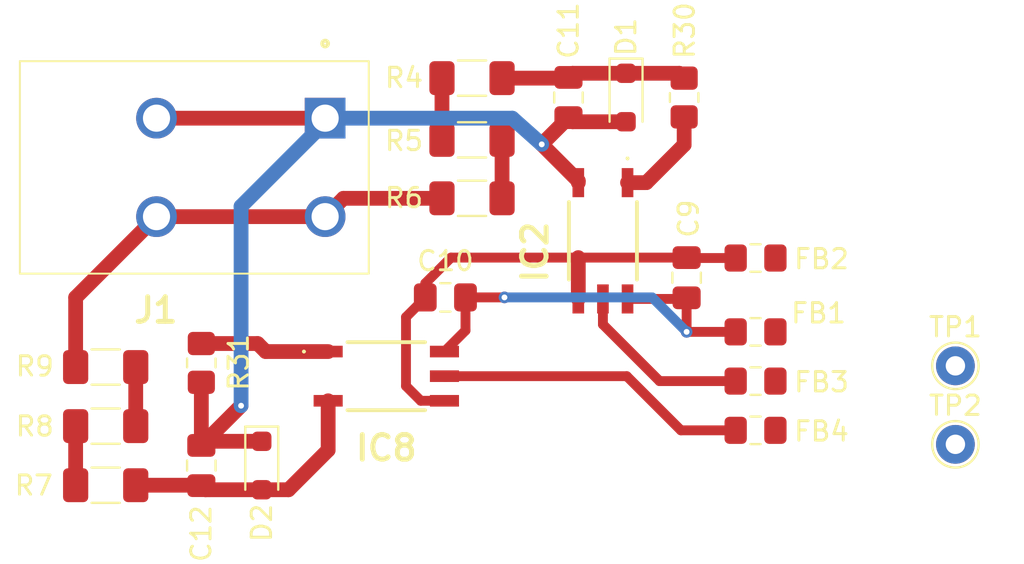
<source format=kicad_pcb>
(kicad_pcb (version 20240108) (generator "pcbnew") (generator_version "8.0")
  (layers (0 "F.Cu" signal) (31 "B.Cu" signal) (34 "B.Paste" user) (35 "F.Paste" user) (36 "B.SilkS" user "B.Silkscreen") (37 "F.SilkS" user "F.Silkscreen") (38 "B.Mask" user) (39 "F.Mask" user) (44 "Edge.Cuts" user))
  (net 0 "")
  (net 1 "Net-(D1-K)")
  (net 2 "/L1")
  (net 3 "Net-(D2-A)")
  (net 4 "S12H")
  (net 5 "S12L")
  (net 6 "Net-(IC2-OUT)")
  (net 7 "SGND")
  (net 8 "Net-(IC2-AN)")
  (net 9 "/L2")
  (net 10 "Net-(R5-Pad1)")
  (net 11 "Net-(IC2-GND)")
  (net 12 "Net-(IC2-VCC)")
  (net 13 "3V3_C")
  (net 14 "Net-(IC8-OUT)")
  (net 15 "Net-(IC8-AN)")
  (net 16 "Net-(R4-Pad1)")
  (net 17 "Net-(R7-Pad1)")
  (net 18 "Net-(R8-Pad1)")
  (footprint "TestPoint:TestPoint_THTPad_D2.0mm_Drill1.0mm" (layer "F.Cu") (at 74.7522 43.6232)
    (property "Reference" "TP2" (at 0 -1.998 0) (layer "F.SilkS"))
    (property "Value" "TestPoint")
    (fp_circle (center 0 0) (end 0 1.2) (stroke (width 0.12)) (fill none) (layer "F.SilkS"))
    (pad "1" thru_hole circle (at 0 0) (size 2 2) (drill 1) (layers "*.Cu" "*.Mask") (net 5 "S12L"))
  )
  (footprint "Resistor_SMD:R_1206_3216Metric_Pad1.30x1.75mm_HandSolder" (layer "F.Cu") (at 49.8118 27.9146 180)
    (property "Reference" "R5" (at 3.5076 -0.0508 180) (layer "F.SilkS"))
    (property "Value" "9k1")
    (fp_line (start -0.727064 0.91) (end 0.727064 0.91) (stroke (width 0.12)) (layer "F.SilkS"))
    (fp_line (start -0.727064 -0.91) (end 0.727064 -0.91) (stroke (width 0.12)) (layer "F.SilkS"))
    (pad "1" smd roundrect (at -1.55 0 180) (size 1.3 1.75) (layers "F.Cu" "F.Paste" "F.Mask") (roundrect_rratio 0.192308) (net 10 "Net-(R5-Pad1)"))
    (pad "2" smd roundrect (at 1.55 0 180) (size 1.3 1.75) (layers "F.Cu" "F.Paste" "F.Mask") (roundrect_rratio 0.192308) (net 16 "Net-(R4-Pad1)"))
  )
  (footprint "PFoot:ISOM8710DFFR" (layer "F.Cu") (at 56.5658 33.1216 -90)
    (property "Reference" "IC2" (at 0.5842 3.5052 90) (layer "F.SilkS") (effects (font (size 1.27 1.27) (thickness 0.254))))
    (property "Value" "ISOM8710DFFR" (hide yes))
    (fp_line (start -2 1.755) (end 2 1.755) (stroke (width 0.2)) (layer "F.SilkS"))
    (fp_line (start -4.3 -1.27) (end -4.3 -1.27) (stroke (width 0.1)) (layer "F.SilkS"))
    (fp_line (start -4.2 -1.27) (end -4.2 -1.27) (stroke (width 0.1)) (layer "F.SilkS"))
    (fp_line (start -2 -1.755) (end 2 -1.755) (stroke (width 0.2)) (layer "F.SilkS"))
    (fp_arc (start -4.3 -1.27) (mid -4.25 -1.32) (end -4.2 -1.27) (stroke (width 0.1)) (layer "F.SilkS"))
    (fp_arc (start -4.2 -1.27) (mid -4.25 -1.22) (end -4.3 -1.27) (stroke (width 0.1)) (layer "F.SilkS"))
    (pad "1" smd rect (at -3 -1.27) (size 0.6 1.5) (layers "F.Cu" "F.Paste" "F.Mask") (net 8 "Net-(IC2-AN)"))
    (pad "2" smd rect (at -3 1.27) (size 0.6 1.5) (layers "F.Cu" "F.Paste" "F.Mask") (net 2 "/L1"))
    (pad "3" smd rect (at 3 1.27) (size 0.6 1.5) (layers "F.Cu" "F.Paste" "F.Mask") (net 11 "Net-(IC2-GND)"))
    (pad "4" smd rect (at 3 0) (size 0.6 1.5) (layers "F.Cu" "F.Paste" "F.Mask") (net 6 "Net-(IC2-OUT)"))
    (pad "5" smd rect (at 3 -1.27) (size 0.6 1.5) (layers "F.Cu" "F.Paste" "F.Mask") (net 12 "Net-(IC2-VCC)"))
  )
  (footprint "Resistor_SMD:R_1206_3216Metric_Pad1.30x1.75mm_HandSolder" (layer "F.Cu") (at 30.9118 39.6366)
    (property "Reference" "R9" (at -3.6576 -0.038 180) (layer "F.SilkS"))
    (property "Value" "9k1")
    (fp_line (start -0.727064 -0.91) (end 0.727064 -0.91) (stroke (width 0.12)) (layer "F.SilkS"))
    (fp_line (start -0.727064 0.91) (end 0.727064 0.91) (stroke (width 0.12)) (layer "F.SilkS"))
    (pad "1" smd roundrect (at -1.55 0) (size 1.3 1.75) (layers "F.Cu" "F.Paste" "F.Mask") (roundrect_rratio 0.192308) (net 9 "/L2"))
    (pad "2" smd roundrect (at 1.55 0) (size 1.3 1.75) (layers "F.Cu" "F.Paste" "F.Mask") (roundrect_rratio 0.192308) (net 18 "Net-(R8-Pad1)"))
  )
  (footprint "Inductor_SMD:L_0805_2012Metric_Pad1.15x1.40mm_HandSolder" (layer "F.Cu") (at 64.4398 34.0106)
    (property "Reference" "FB2" (at 3.4036 0.0508 0) (layer "F.SilkS"))
    (property "Value" "~")
    (fp_line (start -0.261252 -0.71) (end 0.261252 -0.71) (stroke (width 0.12)) (layer "F.SilkS"))
    (fp_line (start -0.261252 0.71) (end 0.261252 0.71) (stroke (width 0.12)) (layer "F.SilkS"))
    (pad "1" smd roundrect (at -1.025 0) (size 1.15 1.4) (layers "F.Cu" "F.Paste" "F.Mask") (roundrect_rratio 0.217391) (net 11 "Net-(IC2-GND)"))
    (pad "2" smd roundrect (at 1.025 0) (size 1.15 1.4) (layers "F.Cu" "F.Paste" "F.Mask") (roundrect_rratio 0.217391) (net 7 "SGND"))
  )
  (footprint "Resistor_SMD:R_1206_3216Metric_Pad1.30x1.75mm_HandSolder" (layer "F.Cu") (at 30.9118 45.7326)
    (property "Reference" "R7" (at -3.7084 0.0128 180) (layer "F.SilkS"))
    (property "Value" "9k1")
    (fp_line (start -0.727064 -0.91) (end 0.727064 -0.91) (stroke (width 0.12)) (layer "F.SilkS"))
    (fp_line (start -0.727064 0.91) (end 0.727064 0.91) (stroke (width 0.12)) (layer "F.SilkS"))
    (pad "1" smd roundrect (at -1.55 0) (size 1.3 1.75) (layers "F.Cu" "F.Paste" "F.Mask") (roundrect_rratio 0.192308) (net 17 "Net-(R7-Pad1)"))
    (pad "2" smd roundrect (at 1.55 0) (size 1.3 1.75) (layers "F.Cu" "F.Paste" "F.Mask") (roundrect_rratio 0.192308) (net 3 "Net-(D2-A)"))
  )
  (footprint "Capacitor_SMD:C_0805_2012Metric_Pad1.18x1.45mm_HandSolder" (layer "F.Cu") (at 54.7878 25.7296 -90)
    (property "Reference" "C11" (at -3.4538 0 90) (layer "F.SilkS"))
    (property "Value" "100n")
    (fp_line (start -0.261252 0.735) (end 0.261252 0.735) (stroke (width 0.12)) (layer "F.SilkS"))
    (fp_line (start -0.261252 -0.735) (end 0.261252 -0.735) (stroke (width 0.12)) (layer "F.SilkS"))
    (pad "1" smd roundrect (at -1.0375 0 270) (size 1.175 1.45) (layers "F.Cu" "F.Paste" "F.Mask") (roundrect_rratio 0.212766) (net 1 "Net-(D1-K)"))
    (pad "2" smd roundrect (at 1.0375 0 270) (size 1.175 1.45) (layers "F.Cu" "F.Paste" "F.Mask") (roundrect_rratio 0.212766) (net 2 "/L1"))
  )
  (footprint "Inductor_SMD:L_0805_2012Metric_Pad1.15x1.40mm_HandSolder" (layer "F.Cu") (at 64.4398 37.8206)
    (property "Reference" "FB1" (at 3.2512 -0.9652 0) (layer "F.SilkS"))
    (property "Value" "~")
    (fp_line (start -0.261252 -0.71) (end 0.261252 -0.71) (stroke (width 0.12)) (layer "F.SilkS"))
    (fp_line (start -0.261252 0.71) (end 0.261252 0.71) (stroke (width 0.12)) (layer "F.SilkS"))
    (pad "1" smd roundrect (at -1.025 0) (size 1.15 1.4) (layers "F.Cu" "F.Paste" "F.Mask") (roundrect_rratio 0.217391) (net 12 "Net-(IC2-VCC)"))
    (pad "2" smd roundrect (at 1.025 0) (size 1.15 1.4) (layers "F.Cu" "F.Paste" "F.Mask") (roundrect_rratio 0.217391) (net 13 "3V3_C"))
  )
  (footprint "Resistor_SMD:R_1206_3216Metric_Pad1.30x1.75mm_HandSolder" (layer "F.Cu") (at 49.8118 24.7296)
    (property "Reference" "R4" (at -3.5076 -0.0154 0) (layer "F.SilkS"))
    (property "Value" "9k1")
    (fp_line (start -0.727064 -0.91) (end 0.727064 -0.91) (stroke (width 0.12)) (layer "F.SilkS"))
    (fp_line (start -0.727064 0.91) (end 0.727064 0.91) (stroke (width 0.12)) (layer "F.SilkS"))
    (pad "1" smd roundrect (at -1.55 0) (size 1.3 1.75) (layers "F.Cu" "F.Paste" "F.Mask") (roundrect_rratio 0.192308) (net 16 "Net-(R4-Pad1)"))
    (pad "2" smd roundrect (at 1.55 0) (size 1.3 1.75) (layers "F.Cu" "F.Paste" "F.Mask") (roundrect_rratio 0.192308) (net 1 "Net-(D1-K)"))
  )
  (footprint "Capacitor_SMD:C_0805_2012Metric_Pad1.18x1.45mm_HandSolder" (layer "F.Cu") (at 48.4378 36.0426 180)
    (property "Reference" "C10" (at 0 1.8796 180) (layer "F.SilkS"))
    (property "Value" "100n")
    (fp_line (start -0.261252 0.735) (end 0.261252 0.735) (stroke (width 0.12)) (layer "F.SilkS"))
    (fp_line (start -0.261252 -0.735) (end 0.261252 -0.735) (stroke (width 0.12)) (layer "F.SilkS"))
    (pad "1" smd roundrect (at -1.0375 0 180) (size 1.175 1.45) (layers "F.Cu" "F.Paste" "F.Mask") (roundrect_rratio 0.212766) (net 12 "Net-(IC2-VCC)"))
    (pad "2" smd roundrect (at 1.0375 0 180) (size 1.175 1.45) (layers "F.Cu" "F.Paste" "F.Mask") (roundrect_rratio 0.212766) (net 11 "Net-(IC2-GND)"))
  )
  (footprint "Resistor_SMD:R_0805_2012Metric_Pad1.20x1.40mm_HandSolder" (layer "F.Cu") (at 60.7568 25.7296 90)
    (property "Reference" "R30" (at 3.4538 0.0254 -90) (layer "F.SilkS"))
    (property "Value" "1k8")
    (fp_line (start -0.227064 -0.735) (end 0.227064 -0.735) (stroke (width 0.12)) (layer "F.SilkS"))
    (fp_line (start -0.227064 0.735) (end 0.227064 0.735) (stroke (width 0.12)) (layer "F.SilkS"))
    (pad "1" smd roundrect (at -1 0 90) (size 1.2 1.4) (layers "F.Cu" "F.Paste" "F.Mask") (roundrect_rratio 0.208333) (net 8 "Net-(IC2-AN)"))
    (pad "2" smd roundrect (at 1 0 90) (size 1.2 1.4) (layers "F.Cu" "F.Paste" "F.Mask") (roundrect_rratio 0.208333) (net 1 "Net-(D1-K)"))
  )
  (footprint "Diode_SMD:D_SOD-323_HandSoldering" (layer "F.Cu") (at 57.7596 25.7296 -90)
    (property "Reference" "D1" (at -3.1236 0 -90) (layer "F.SilkS"))
    (property "Value" "D_Zener")
    (fp_line (start -2.01 0.85) (end 1.25 0.85) (stroke (width 0.12)) (layer "F.SilkS"))
    (fp_line (start -2.01 -0.85) (end -2.01 0.85) (stroke (width 0.12)) (layer "F.SilkS"))
    (fp_line (start -2.01 -0.85) (end 1.25 -0.85) (stroke (width 0.12)) (layer "F.SilkS"))
    (pad "1" smd roundrect (at -1.25 0 270) (size 1 1) (layers "F.Cu" "F.Paste" "F.Mask") (net 1 "Net-(D1-K)"))
    (pad "2" smd roundrect (at 1.25 0 270) (size 1 1) (layers "F.Cu" "F.Paste" "F.Mask") (net 2 "/L1"))
  )
  (footprint "Capacitor_SMD:C_0805_2012Metric_Pad1.18x1.45mm_HandSolder" (layer "F.Cu") (at 60.8838 35.0266 90)
    (property "Reference" "C9" (at 3.048 0.1016 90) (layer "F.SilkS"))
    (property "Value" "100n")
    (fp_line (start -0.261252 -0.735) (end 0.261252 -0.735) (stroke (width 0.12)) (layer "F.SilkS"))
    (fp_line (start -0.261252 0.735) (end 0.261252 0.735) (stroke (width 0.12)) (layer "F.SilkS"))
    (pad "1" smd roundrect (at -1.0375 0 90) (size 1.175 1.45) (layers "F.Cu" "F.Paste" "F.Mask") (roundrect_rratio 0.212766) (net 12 "Net-(IC2-VCC)"))
    (pad "2" smd roundrect (at 1.0375 0 90) (size 1.175 1.45) (layers "F.Cu" "F.Paste" "F.Mask") (roundrect_rratio 0.212766) (net 11 "Net-(IC2-GND)"))
  )
  (footprint "Resistor_SMD:R_1206_3216Metric_Pad1.30x1.75mm_HandSolder" (layer "F.Cu") (at 30.9118 42.6846 180)
    (property "Reference" "R8" (at 3.6576 -0.0128 0) (layer "F.SilkS"))
    (property "Value" "9k1")
    (fp_line (start -0.727064 0.91) (end 0.727064 0.91) (stroke (width 0.12)) (layer "F.SilkS"))
    (fp_line (start -0.727064 -0.91) (end 0.727064 -0.91) (stroke (width 0.12)) (layer "F.SilkS"))
    (pad "1" smd roundrect (at -1.55 0 180) (size 1.3 1.75) (layers "F.Cu" "F.Paste" "F.Mask") (roundrect_rratio 0.192308) (net 18 "Net-(R8-Pad1)"))
    (pad "2" smd roundrect (at 1.55 0 180) (size 1.3 1.75) (layers "F.Cu" "F.Paste" "F.Mask") (roundrect_rratio 0.192308) (net 17 "Net-(R7-Pad1)"))
  )
  (footprint "Resistor_SMD:R_1206_3216Metric_Pad1.30x1.75mm_HandSolder" (layer "F.Cu") (at 49.8118 30.9296)
    (property "Reference" "R6" (at -3.5076 -0.0178 0) (layer "F.SilkS"))
    (property "Value" "9k1")
    (fp_line (start -0.727064 -0.91) (end 0.727064 -0.91) (stroke (width 0.12)) (layer "F.SilkS"))
    (fp_line (start -0.727064 0.91) (end 0.727064 0.91) (stroke (width 0.12)) (layer "F.SilkS"))
    (pad "1" smd roundrect (at -1.55 0) (size 1.3 1.75) (layers "F.Cu" "F.Paste" "F.Mask") (roundrect_rratio 0.192308) (net 9 "/L2"))
    (pad "2" smd roundrect (at 1.55 0) (size 1.3 1.75) (layers "F.Cu" "F.Paste" "F.Mask") (roundrect_rratio 0.192308) (net 10 "Net-(R5-Pad1)"))
  )
  (footprint "PFoot:ISOM8710DFFR" (layer "F.Cu") (at 45.3898 40.1066)
    (property "Reference" "IC8" (at 0 3.7084 0) (layer "F.SilkS") (effects (font (size 1.27 1.27) (thickness 0.254))))
    (property "Value" "ISOM8710DFFR" (hide yes))
    (fp_line (start -4.3 -1.27) (end -4.3 -1.27) (stroke (width 0.1)) (layer "F.SilkS"))
    (fp_line (start -4.2 -1.27) (end -4.2 -1.27) (stroke (width 0.1)) (layer "F.SilkS"))
    (fp_line (start -2 -1.755) (end 2 -1.755) (stroke (width 0.2)) (layer "F.SilkS"))
    (fp_line (start -2 1.755) (end 2 1.755) (stroke (width 0.2)) (layer "F.SilkS"))
    (fp_arc (start -4.3 -1.27) (mid -4.25 -1.32) (end -4.2 -1.27) (stroke (width 0.1)) (layer "F.SilkS"))
    (fp_arc (start -4.2 -1.27) (mid -4.25 -1.22) (end -4.3 -1.27) (stroke (width 0.1)) (layer "F.SilkS"))
    (pad "1" smd rect (at -3 -1.27 90) (size 0.6 1.5) (layers "F.Cu" "F.Paste" "F.Mask") (net 15 "Net-(IC8-AN)"))
    (pad "2" smd rect (at -3 1.27 90) (size 0.6 1.5) (layers "F.Cu" "F.Paste" "F.Mask") (net 3 "Net-(D2-A)"))
    (pad "3" smd rect (at 3 1.27 90) (size 0.6 1.5) (layers "F.Cu" "F.Paste" "F.Mask") (net 11 "Net-(IC2-GND)"))
    (pad "4" smd rect (at 3 0 90) (size 0.6 1.5) (layers "F.Cu" "F.Paste" "F.Mask") (net 14 "Net-(IC8-OUT)"))
    (pad "5" smd rect (at 3 -1.27 90) (size 0.6 1.5) (layers "F.Cu" "F.Paste" "F.Mask") (net 12 "Net-(IC2-VCC)"))
  )
  (footprint "Resistor_SMD:R_0805_2012Metric_Pad1.20x1.40mm_HandSolder" (layer "F.Cu") (at 35.8462 39.4226 -90)
    (property "Reference" "R31" (at -0.0272 -1.9236 90) (layer "F.SilkS"))
    (property "Value" "1k8")
    (fp_line (start -0.227064 0.735) (end 0.227064 0.735) (stroke (width 0.12)) (layer "F.SilkS"))
    (fp_line (start -0.227064 -0.735) (end 0.227064 -0.735) (stroke (width 0.12)) (layer "F.SilkS"))
    (pad "1" smd roundrect (at -1 0 270) (size 1.2 1.4) (layers "F.Cu" "F.Paste" "F.Mask") (roundrect_rratio 0.208333) (net 15 "Net-(IC8-AN)"))
    (pad "2" smd roundrect (at 1 0 270) (size 1.2 1.4) (layers "F.Cu" "F.Paste" "F.Mask") (roundrect_rratio 0.208333) (net 2 "/L1"))
  )
  (footprint "Capacitor_SMD:C_0805_2012Metric_Pad1.18x1.45mm_HandSolder" (layer "F.Cu") (at 35.8462 44.7166 90)
    (property "Reference" "C12" (at -3.518 -0.0068 90) (layer "F.SilkS"))
    (property "Value" "100n")
    (fp_line (start -0.261252 -0.735) (end 0.261252 -0.735) (stroke (width 0.12)) (layer "F.SilkS"))
    (fp_line (start -0.261252 0.735) (end 0.261252 0.735) (stroke (width 0.12)) (layer "F.SilkS"))
    (pad "1" smd roundrect (at -1.0375 0 90) (size 1.175 1.45) (layers "F.Cu" "F.Paste" "F.Mask") (roundrect_rratio 0.212766) (net 3 "Net-(D2-A)"))
    (pad "2" smd roundrect (at 1.0375 0 90) (size 1.175 1.45) (layers "F.Cu" "F.Paste" "F.Mask") (roundrect_rratio 0.212766) (net 2 "/L1"))
  )
  (footprint "Inductor_SMD:L_0805_2012Metric_Pad1.15x1.40mm_HandSolder" (layer "F.Cu") (at 64.4398 42.9006)
    (property "Reference" "FB4" (at 3.4036 0.0508 0) (layer "F.SilkS"))
    (property "Value" "~")
    (fp_line (start -0.261252 -0.71) (end 0.261252 -0.71) (stroke (width 0.12)) (layer "F.SilkS"))
    (fp_line (start -0.261252 0.71) (end 0.261252 0.71) (stroke (width 0.12)) (layer "F.SilkS"))
    (pad "1" smd roundrect (at -1.025 0) (size 1.15 1.4) (layers "F.Cu" "F.Paste" "F.Mask") (roundrect_rratio 0.217391) (net 14 "Net-(IC8-OUT)"))
    (pad "2" smd roundrect (at 1.025 0) (size 1.15 1.4) (layers "F.Cu" "F.Paste" "F.Mask") (roundrect_rratio 0.217391) (net 5 "S12L"))
  )
  (footprint "TestPoint:TestPoint_THTPad_D2.0mm_Drill1.0mm" (layer "F.Cu") (at 74.7522 39.5732)
    (property "Reference" "TP1" (at 0 -1.998 0) (layer "F.SilkS"))
    (property "Value" "TestPoint")
    (fp_circle (center 0 0) (end 0 1.2) (stroke (width 0.12)) (fill none) (layer "F.SilkS"))
    (pad "1" thru_hole circle (at 0 0) (size 2 2) (drill 1) (layers "*.Cu" "*.Mask") (net 4 "S12H"))
  )
  (footprint "Diode_SMD:D_SOD-323_HandSoldering" (layer "F.Cu") (at 38.9636 44.7166 -90)
    (property "Reference" "D2" (at 2.9592 0 -90) (layer "F.SilkS"))
    (property "Value" "D_Zener")
    (fp_line (start -2.01 0.85) (end 1.25 0.85) (stroke (width 0.12)) (layer "F.SilkS"))
    (fp_line (start -2.01 -0.85) (end -2.01 0.85) (stroke (width 0.12)) (layer "F.SilkS"))
    (fp_line (start -2.01 -0.85) (end 1.25 -0.85) (stroke (width 0.12)) (layer "F.SilkS"))
    (pad "1" smd roundrect (at -1.25 0 270) (size 1 1) (layers "F.Cu" "F.Paste" "F.Mask") (net 2 "/L1"))
    (pad "2" smd roundrect (at 1.25 0 270) (size 1 1) (layers "F.Cu" "F.Paste" "F.Mask") (net 3 "Net-(D2-A)"))
  )
  (footprint "Inductor_SMD:L_0805_2012Metric_Pad1.15x1.40mm_HandSolder" (layer "F.Cu") (at 64.4398 40.3606)
    (property "Reference" "FB3" (at 3.4036 0.0508 0) (layer "F.SilkS"))
    (property "Value" "~")
    (fp_line (start -0.261252 -0.71) (end 0.261252 -0.71) (stroke (width 0.12)) (layer "F.SilkS"))
    (fp_line (start -0.261252 0.71) (end 0.261252 0.71) (stroke (width 0.12)) (layer "F.SilkS"))
    (pad "1" smd roundrect (at -1.025 0) (size 1.15 1.4) (layers "F.Cu" "F.Paste" "F.Mask") (roundrect_rratio 0.217391) (net 6 "Net-(IC2-OUT)"))
    (pad "2" smd roundrect (at 1.025 0) (size 1.15 1.4) (layers "F.Cu" "F.Paste" "F.Mask") (roundrect_rratio 0.217391) (net 4 "S12H"))
  )
  (footprint "PFoot:1017503" (layer "F.Cu") (at 42.2338 26.7956 -90)
    (property "Reference" "J1" (at 9.9074 8.7312 180) (layer "F.SilkS") (effects (font (size 1.27 1.27) (thickness 0.254))))
    (property "Value" "1017503" (hide yes))
    (fp_line (start -2.94 15.75) (end -2.94 -2.25) (stroke (width 0.1)) (layer "F.SilkS"))
    (fp_line (start 8.02 15.75) (end -2.94 15.75) (stroke (width 0.1)) (layer "F.SilkS"))
    (fp_line (start -2.94 -2.25) (end 8.02 -2.25) (stroke (width 0.1)) (layer "F.SilkS"))
    (fp_line (start 8.02 -2.25) (end 8.02 15.75) (stroke (width 0.1)) (layer "F.SilkS"))
    (fp_circle (center -3.85 0) (end -3.85 0.05) (stroke (width 0.2)) (fill none) (layer "F.SilkS"))
    (pad "1" thru_hole rect (at 0 0 270) (size 2.1 2.1) (drill 1.4) (layers "*.Cu" "*.Mask") (net 2 "/L1"))
    (pad "2" thru_hole circle (at 0 8.7 270) (size 2.1 2.1) (drill 1.4) (layers "*.Cu" "*.Mask") (net 2 "/L1"))
    (pad "3" thru_hole circle (at 5.08 0 270) (size 2.1 2.1) (drill 1.4) (layers "*.Cu" "*.Mask") (net 9 "/L2"))
    (pad "4" thru_hole circle (at 5.08 8.7 270) (size 2.1 2.1) (drill 1.4) (layers "*.Cu" "*.Mask") (net 9 "/L2"))
  )
  (segment (start 57.7596 24.4796) (end 60.5068 24.4796) (width 0.762) (layer "F.Cu") (net 1))
  (segment (start 57.7596 24.4796) (end 55.0003 24.4796) (width 0.762) (layer "F.Cu") (net 1))
  (segment (start 60.5068 24.4796) (end 60.7568 24.7296) (width 0.762) (layer "F.Cu") (net 1))
  (segment (start 55.0003 24.4796) (end 54.7878 24.6921) (width 0.762) (layer "F.Cu") (net 1))
  (segment (start 54.7503 24.7296) (end 54.7878 24.6921) (width 0.762) (layer "F.Cu") (net 1))
  (segment (start 51.3618 24.7296) (end 54.7503 24.7296) (width 0.762) (layer "F.Cu") (net 1))
  (segment (start 35.8462 43.6791) (end 35.8483 43.6791) (width 0.762) (layer "F.Cu") (net 2))
  (segment (start 55.2958 30.1216) (end 55.2958 30.0331) (width 0.762) (layer "F.Cu") (net 2))
  (segment (start 55.0003 26.9796) (end 54.7878 26.7671) (width 0.762) (layer "F.Cu") (net 2))
  (segment (start 54.7878 26.7671) (end 53.4088 28.1461) (width 0.762) (layer "F.Cu") (net 2))
  (segment (start 38.9636 43.4666) (end 36.0587 43.4666) (width 0.762) (layer "F.Cu") (net 2))
  (segment (start 57.7596 26.9796) (end 55.0003 26.9796) (width 0.762) (layer "F.Cu") (net 2))
  (segment (start 55.2958 30.0331) (end 53.4088 28.1461) (width 0.762) (layer "F.Cu") (net 2))
  (segment (start 36.0587 43.4666) (end 35.8462 43.6791) (width 0.762) (layer "F.Cu") (net 2))
  (segment (start 35.8462 40.4226) (end 35.8462 43.6791) (width 0.762) (layer "F.Cu") (net 2))
  (segment (start 33.5338 26.7956) (end 42.2338 26.7956) (width 0.762) (layer "F.Cu") (net 2))
  (segment (start 35.8483 43.6791) (end 37.8968 41.6306) (width 0.762) (layer "F.Cu") (net 2))
  (via (at 37.8968 41.6306) (size 0.6) (drill 0.3) (layers "F.Cu" "B.Cu") (net 2))
  (via (at 53.4088 28.1461) (size 0.6) (drill 0.3) (layers "F.Cu" "B.Cu") (net 2))
  (segment (start 53.4088 28.1461) (end 51.8908 26.7956) (width 0.762) (layer "B.Cu") (net 2))
  (segment (start 42.4448 26.7956) (end 42.2338 26.7956) (width 0.762) (layer "B.Cu") (net 2))
  (segment (start 37.8968 41.6306) (end 37.8968 31.3436) (width 0.762) (layer "B.Cu") (net 2))
  (segment (start 37.8968 31.3436) (end 42.4448 26.7956) (width 0.762) (layer "B.Cu") (net 2))
  (segment (start 51.8908 26.7956) (end 42.2338 26.7956) (width 0.762) (layer "B.Cu") (net 2))
  (segment (start 42.3898 43.9194) (end 42.3898 41.3766) (width 0.762) (layer "F.Cu") (net 3))
  (segment (start 35.8247 45.7326) (end 35.8462 45.7541) (width 0.762) (layer "F.Cu") (net 3))
  (segment (start 32.4618 45.7326) (end 35.8247 45.7326) (width 0.762) (layer "F.Cu") (net 3))
  (segment (start 40.3426 45.9666) (end 42.3898 43.9194) (width 0.762) (layer "F.Cu") (net 3))
  (segment (start 38.9636 45.9666) (end 40.3426 45.9666) (width 0.762) (layer "F.Cu") (net 3))
  (segment (start 38.9636 45.9666) (end 36.0587 45.9666) (width 0.762) (layer "F.Cu") (net 3))
  (segment (start 36.0587 45.9666) (end 35.8462 45.7541) (width 0.762) (layer "F.Cu") (net 3))
  (segment (start 63.4148 40.3606) (end 59.4868 40.3606) (width 0.508) (layer "F.Cu") (net 6))
  (segment (start 56.5658 37.4396) (end 56.5658 36.1216) (width 0.508) (layer "F.Cu") (net 6))
  (segment (start 59.4868 40.3606) (end 56.5658 37.4396) (width 0.508) (layer "F.Cu") (net 6))
  (segment (start 60.7568 28.1686) (end 60.7568 26.7296) (width 0.762) (layer "F.Cu") (net 8))
  (segment (start 57.8358 30.1216) (end 58.8038 30.1216) (width 0.762) (layer "F.Cu") (net 8))
  (segment (start 58.8038 30.1216) (end 60.7568 28.1686) (width 0.762) (layer "F.Cu") (net 8))
  (segment (start 43.1798 30.9296) (end 42.2338 31.8756) (width 0.762) (layer "F.Cu") (net 9))
  (segment (start 33.5338 31.8756) (end 29.3618 36.0476) (width 0.762) (layer "F.Cu") (net 9))
  (segment (start 48.2618 30.9296) (end 43.1798 30.9296) (width 0.762) (layer "F.Cu") (net 9))
  (segment (start 33.5338 31.8756) (end 42.2338 31.8756) (width 0.762) (layer "F.Cu") (net 9))
  (segment (start 29.3618 36.0476) (end 29.3618 39.2596) (width 0.762) (layer "F.Cu") (net 9))
  (segment (start 51.3618 27.9146) (end 51.3618 30.9296) (width 0.762) (layer "F.Cu") (net 10))
  (segment (start 47.1678 41.3766) (end 48.3898 41.3766) (width 0.508) (layer "F.Cu") (net 11))
  (segment (start 46.4058 40.6146) (end 47.1678 41.3766) (width 0.508) (layer "F.Cu") (net 11))
  (segment (start 47.4003 36.0426) (end 47.4003 35.3176) (width 0.508) (layer "F.Cu") (net 11))
  (segment (start 47.4003 36.0641) (end 46.4058 37.0586) (width 0.508) (layer "F.Cu") (net 11))
  (segment (start 46.4058 37.0586) (end 46.4058 40.6146) (width 0.508) (layer "F.Cu") (net 11))
  (segment (start 60.9053 34.0106) (end 60.8838 33.9891) (width 0.508) (layer "F.Cu") (net 11))
  (segment (start 48.7288 33.9891) (end 60.8838 33.9891) (width 0.508) (layer "F.Cu") (net 11))
  (segment (start 47.4003 36.0426) (end 47.4003 36.0641) (width 0.508) (layer "F.Cu") (net 11))
  (segment (start 63.4148 34.0106) (end 60.9053 34.0106) (width 0.508) (layer "F.Cu") (net 11))
  (segment (start 55.2958 36.1216) (end 55.2958 33.9891) (width 0.762) (layer "F.Cu") (net 11))
  (segment (start 47.4003 35.3176) (end 48.7288 33.9891) (width 0.508) (layer "F.Cu") (net 11))
  (segment (start 49.4753 36.0426) (end 49.4753 37.7511) (width 0.508) (layer "F.Cu") (net 12))
  (segment (start 57.8358 36.1216) (end 60.8263 36.1216) (width 0.508) (layer "F.Cu") (net 12))
  (segment (start 49.4753 37.7511) (end 48.3898 38.8366) (width 0.508) (layer "F.Cu") (net 12))
  (segment (start 49.4753 36.0426) (end 51.4858 36.0426) (width 0.508) (layer "F.Cu") (net 12))
  (segment (start 63.4148 37.8206) (end 60.8838 37.8206) (width 0.508) (layer "F.Cu") (net 12))
  (segment (start 60.8838 36.0641) (end 60.8838 37.8206) (width 0.508) (layer "F.Cu") (net 12))
  (segment (start 60.8263 36.1216) (end 60.8838 36.0641) (width 0.508) (layer "F.Cu") (net 12))
  (via (at 51.4858 36.0426) (size 0.6) (drill 0.3) (layers "F.Cu" "B.Cu") (net 12))
  (via (at 60.8838 37.8206) (size 0.6) (drill 0.3) (layers "F.Cu" "B.Cu") (net 12))
  (segment (start 60.8838 37.8206) (end 59.1058 36.0426) (width 0.508) (layer "B.Cu") (net 12))
  (segment (start 59.1058 36.0426) (end 51.4858 36.0426) (width 0.508) (layer "B.Cu") (net 12))
  (segment (start 57.795959 40.1066) (end 60.589959 42.9006) (width 0.508) (layer "F.Cu") (net 14))
  (segment (start 48.3898 40.1066) (end 48.4358 40.1526) (width 0.508) (layer "F.Cu") (net 14))
  (segment (start 48.3898 40.1066) (end 57.795959 40.1066) (width 0.508) (layer "F.Cu") (net 14))
  (segment (start 60.589959 42.9006) (end 63.4148 42.9006) (width 0.508) (layer "F.Cu") (net 14))
  (segment (start 35.8462 38.4226) (end 38.7528 38.4226) (width 0.762) (layer "F.Cu") (net 15))
  (segment (start 42.3898 38.8366) (end 39.1668 38.8366) (width 0.762) (layer "F.Cu") (net 15))
  (segment (start 39.1668 38.8366) (end 38.7528 38.4226) (width 0.762) (layer "F.Cu") (net 15))
  (segment (start 48.2618 27.9146) (end 48.2618 24.7296) (width 0.762) (layer "F.Cu") (net 16))
  (segment (start 29.3618 42.6846) (end 29.3618 45.7326) (width 0.762) (layer "F.Cu") (net 17))
  (segment (start 32.4618 39.6366) (end 32.4618 42.6846) (width 0.762) (layer "F.Cu") (net 18))
)
</source>
